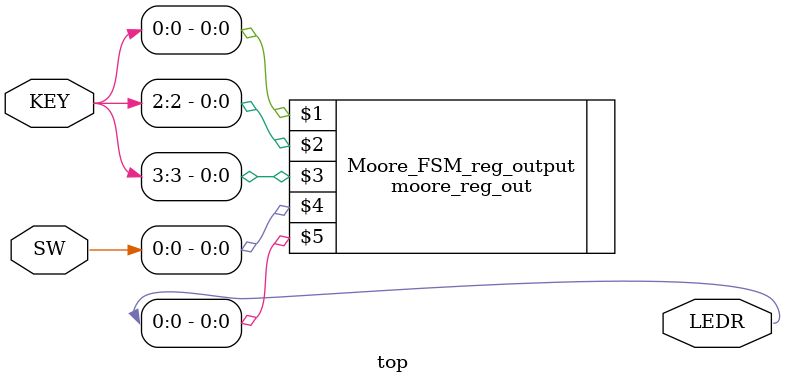
<source format=v>
module top (SW, KEY, LEDR);

    input wire [9:0] SW;        // DE-series switches
    input wire [3:0] KEY;       // DE-series pushbuttons

    output wire [9:0] LEDR;     // DE-series LEDs   

    moore_reg_out Moore_FSM_reg_output (KEY[0], KEY[2], KEY[3], SW[0], LEDR[0]);

endmodule


</source>
